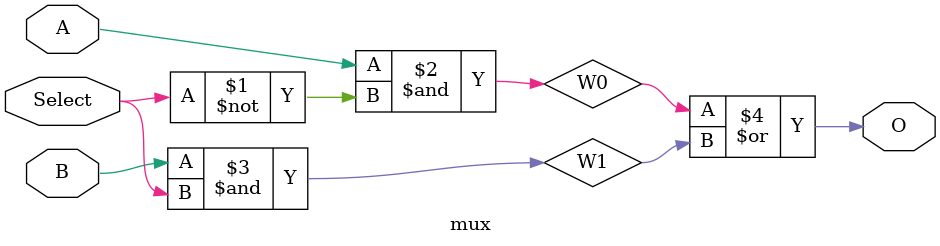
<source format=v>
`timescale 1ns / 1ps
module mux(input A,input B,input Select,output O);

	// Create two wires for intermediate values.
	wire W0, W1;
	
	// Push A or B through the output depending on the 'Select' lines
	// value.
	and(W0, A, ~Select);
	and(W1, B, Select);
	or(O, W0, W1);

endmodule

</source>
